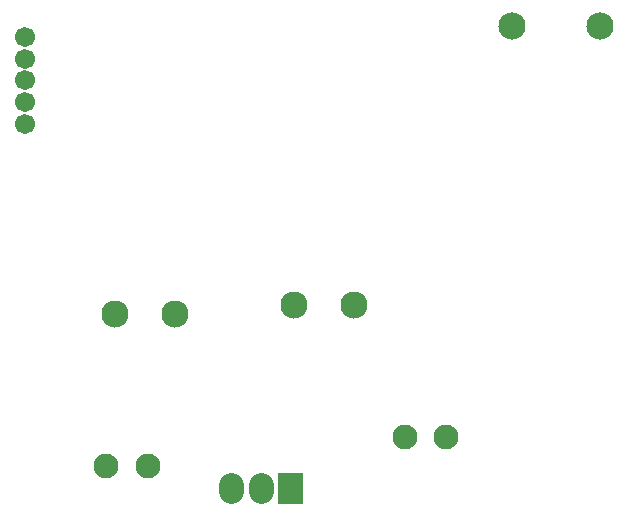
<source format=gbs>
G04 Layer: BottomSolderMaskLayer*
G04 EasyEDA v6.4.20.6, 2021-07-19T19:11:35--4:00*
G04 e84b6f659e4c45e888895c734b18603a,91999b56e5bf4a9c8a3ad43c56598434,10*
G04 Gerber Generator version 0.2*
G04 Scale: 100 percent, Rotated: No, Reflected: No *
G04 Dimensions in millimeters *
G04 leading zeros omitted , absolute positions ,4 integer and 5 decimal *
%FSLAX45Y45*%
%MOMM*%

%ADD24C,2.1016*%
%ADD25C,2.3000*%
%ADD26C,2.3016*%
%ADD29C,1.7016*%

%LPD*%
D24*
X2374900Y1016398D02*
G01*
X2374900Y1066398D01*
X2120900Y1016398D02*
G01*
X2120900Y1066398D01*
D25*
G01*
X1143000Y2514600D03*
G01*
X1651000Y2514600D03*
G01*
X2654300Y2590800D03*
G01*
X3162300Y2590800D03*
D26*
G01*
X5251805Y4953000D03*
G01*
X4501819Y4953000D03*
G36*
X2523743Y911352D02*
G01*
X2523743Y1171447D01*
X2734056Y1171447D01*
X2734056Y911352D01*
G37*
D29*
G01*
X381000Y4125798D03*
G01*
X381000Y4310811D03*
G01*
X381000Y4495800D03*
G01*
X381000Y4680813D03*
G01*
X381000Y4865801D03*
D24*
G01*
X1069594Y1231900D03*
G01*
X1419605Y1231900D03*
G01*
X3596893Y1473200D03*
G01*
X3946906Y1473200D03*
M02*

</source>
